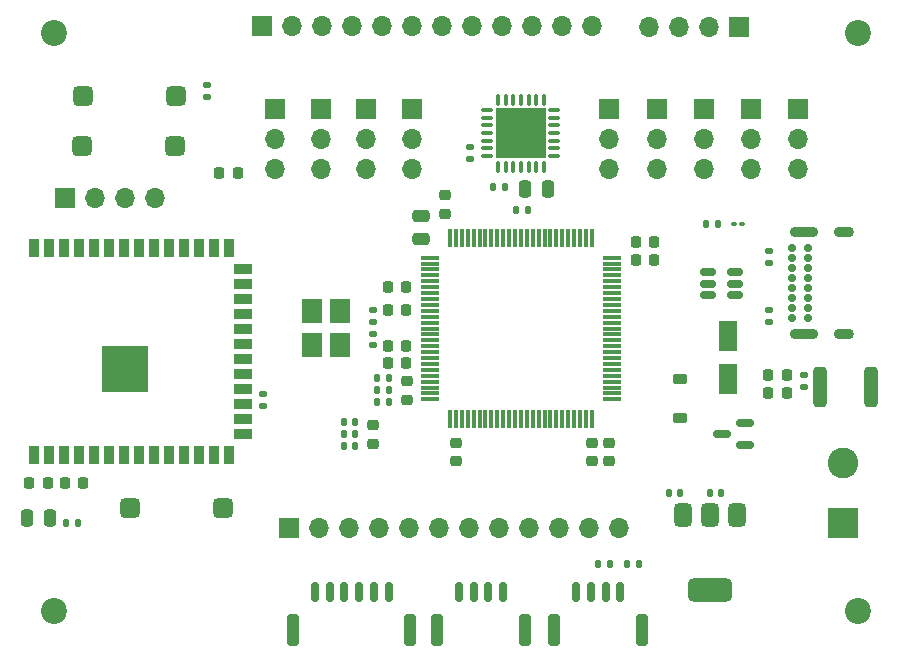
<source format=gts>
G04 #@! TF.GenerationSoftware,KiCad,Pcbnew,8.0.4*
G04 #@! TF.CreationDate,2024-09-23T19:03:46-05:00*
G04 #@! TF.ProjectId,STM32_board,53544d33-325f-4626-9f61-72642e6b6963,rev?*
G04 #@! TF.SameCoordinates,Original*
G04 #@! TF.FileFunction,Soldermask,Top*
G04 #@! TF.FilePolarity,Negative*
%FSLAX46Y46*%
G04 Gerber Fmt 4.6, Leading zero omitted, Abs format (unit mm)*
G04 Created by KiCad (PCBNEW 8.0.4) date 2024-09-23 19:03:46*
%MOMM*%
%LPD*%
G01*
G04 APERTURE LIST*
G04 Aperture macros list*
%AMRoundRect*
0 Rectangle with rounded corners*
0 $1 Rounding radius*
0 $2 $3 $4 $5 $6 $7 $8 $9 X,Y pos of 4 corners*
0 Add a 4 corners polygon primitive as box body*
4,1,4,$2,$3,$4,$5,$6,$7,$8,$9,$2,$3,0*
0 Add four circle primitives for the rounded corners*
1,1,$1+$1,$2,$3*
1,1,$1+$1,$4,$5*
1,1,$1+$1,$6,$7*
1,1,$1+$1,$8,$9*
0 Add four rect primitives between the rounded corners*
20,1,$1+$1,$2,$3,$4,$5,0*
20,1,$1+$1,$4,$5,$6,$7,0*
20,1,$1+$1,$6,$7,$8,$9,0*
20,1,$1+$1,$8,$9,$2,$3,0*%
G04 Aperture macros list end*
%ADD10RoundRect,0.225000X0.225000X0.250000X-0.225000X0.250000X-0.225000X-0.250000X0.225000X-0.250000X0*%
%ADD11RoundRect,0.140000X-0.170000X0.140000X-0.170000X-0.140000X0.170000X-0.140000X0.170000X0.140000X0*%
%ADD12RoundRect,0.140000X-0.140000X-0.170000X0.140000X-0.170000X0.140000X0.170000X-0.140000X0.170000X0*%
%ADD13RoundRect,0.425000X-0.425000X-0.425000X0.425000X-0.425000X0.425000X0.425000X-0.425000X0.425000X0*%
%ADD14RoundRect,0.075000X0.437500X0.075000X-0.437500X0.075000X-0.437500X-0.075000X0.437500X-0.075000X0*%
%ADD15RoundRect,0.075000X0.075000X0.437500X-0.075000X0.437500X-0.075000X-0.437500X0.075000X-0.437500X0*%
%ADD16R,4.250000X4.250000*%
%ADD17RoundRect,0.135000X-0.135000X-0.185000X0.135000X-0.185000X0.135000X0.185000X-0.135000X0.185000X0*%
%ADD18R,1.700000X1.700000*%
%ADD19O,1.700000X1.700000*%
%ADD20RoundRect,0.218750X-0.218750X-0.256250X0.218750X-0.256250X0.218750X0.256250X-0.218750X0.256250X0*%
%ADD21RoundRect,0.250000X0.250000X0.475000X-0.250000X0.475000X-0.250000X-0.475000X0.250000X-0.475000X0*%
%ADD22RoundRect,0.225000X-0.250000X0.225000X-0.250000X-0.225000X0.250000X-0.225000X0.250000X0.225000X0*%
%ADD23C,2.200000*%
%ADD24RoundRect,0.225000X-0.225000X-0.250000X0.225000X-0.250000X0.225000X0.250000X-0.225000X0.250000X0*%
%ADD25RoundRect,0.150000X-0.150000X-0.700000X0.150000X-0.700000X0.150000X0.700000X-0.150000X0.700000X0*%
%ADD26RoundRect,0.250000X-0.250000X-1.100000X0.250000X-1.100000X0.250000X1.100000X-0.250000X1.100000X0*%
%ADD27RoundRect,0.150000X0.587500X0.150000X-0.587500X0.150000X-0.587500X-0.150000X0.587500X-0.150000X0*%
%ADD28RoundRect,0.135000X0.135000X0.185000X-0.135000X0.185000X-0.135000X-0.185000X0.135000X-0.185000X0*%
%ADD29R,1.800000X2.100000*%
%ADD30RoundRect,0.140000X0.140000X0.170000X-0.140000X0.170000X-0.140000X-0.170000X0.140000X-0.170000X0*%
%ADD31RoundRect,0.225000X-0.375000X0.225000X-0.375000X-0.225000X0.375000X-0.225000X0.375000X0.225000X0*%
%ADD32RoundRect,0.135000X-0.185000X0.135000X-0.185000X-0.135000X0.185000X-0.135000X0.185000X0.135000X0*%
%ADD33RoundRect,0.250000X-0.312500X-1.450000X0.312500X-1.450000X0.312500X1.450000X-0.312500X1.450000X0*%
%ADD34RoundRect,0.150000X0.512500X0.150000X-0.512500X0.150000X-0.512500X-0.150000X0.512500X-0.150000X0*%
%ADD35RoundRect,0.218750X-0.256250X0.218750X-0.256250X-0.218750X0.256250X-0.218750X0.256250X0.218750X0*%
%ADD36R,2.600000X2.600000*%
%ADD37C,2.600000*%
%ADD38RoundRect,0.100000X0.130000X0.100000X-0.130000X0.100000X-0.130000X-0.100000X0.130000X-0.100000X0*%
%ADD39RoundRect,0.425000X0.425000X0.425000X-0.425000X0.425000X-0.425000X-0.425000X0.425000X-0.425000X0*%
%ADD40RoundRect,0.250000X0.550000X-1.050000X0.550000X1.050000X-0.550000X1.050000X-0.550000X-1.050000X0*%
%ADD41RoundRect,0.140000X0.170000X-0.140000X0.170000X0.140000X-0.170000X0.140000X-0.170000X-0.140000X0*%
%ADD42RoundRect,0.135000X0.185000X-0.135000X0.185000X0.135000X-0.185000X0.135000X-0.185000X-0.135000X0*%
%ADD43RoundRect,0.075000X-0.725000X-0.075000X0.725000X-0.075000X0.725000X0.075000X-0.725000X0.075000X0*%
%ADD44RoundRect,0.075000X-0.075000X-0.725000X0.075000X-0.725000X0.075000X0.725000X-0.075000X0.725000X0*%
%ADD45RoundRect,0.250000X0.475000X-0.250000X0.475000X0.250000X-0.475000X0.250000X-0.475000X-0.250000X0*%
%ADD46RoundRect,0.375000X-0.375000X0.625000X-0.375000X-0.625000X0.375000X-0.625000X0.375000X0.625000X0*%
%ADD47RoundRect,0.500000X-1.400000X0.500000X-1.400000X-0.500000X1.400000X-0.500000X1.400000X0.500000X0*%
%ADD48RoundRect,0.250000X-0.250000X-0.475000X0.250000X-0.475000X0.250000X0.475000X-0.250000X0.475000X0*%
%ADD49C,0.600000*%
%ADD50R,3.900000X3.900000*%
%ADD51R,0.900000X1.500000*%
%ADD52R,1.500000X0.900000*%
%ADD53RoundRect,0.225000X0.250000X-0.225000X0.250000X0.225000X-0.250000X0.225000X-0.250000X-0.225000X0*%
%ADD54O,2.400000X0.900000*%
%ADD55O,1.700000X0.900000*%
%ADD56C,0.700000*%
G04 APERTURE END LIST*
D10*
X109435000Y-111600000D03*
X107885000Y-111600000D03*
D11*
X173500000Y-102520000D03*
X173500000Y-103480000D03*
D12*
X165520000Y-112500000D03*
X166480000Y-112500000D03*
D13*
X120325000Y-78850000D03*
X112425000Y-78850000D03*
D14*
X152337500Y-83950000D03*
X152337500Y-83300000D03*
X152337500Y-82650000D03*
X152337500Y-82000000D03*
X152337500Y-81350000D03*
X152337500Y-80700000D03*
X152337500Y-80050000D03*
D15*
X151450000Y-79162500D03*
X150800000Y-79162500D03*
X150150000Y-79162500D03*
X149500000Y-79162500D03*
X148850000Y-79162500D03*
X148200000Y-79162500D03*
X147550000Y-79162500D03*
D14*
X146662500Y-80050000D03*
X146662500Y-80700000D03*
X146662500Y-81350000D03*
X146662500Y-82000000D03*
X146662500Y-82650000D03*
X146662500Y-83300000D03*
X146662500Y-83950000D03*
D15*
X147550000Y-84837500D03*
X148200000Y-84837500D03*
X148850000Y-84837500D03*
X149500000Y-84837500D03*
X150150000Y-84837500D03*
X150800000Y-84837500D03*
X151450000Y-84837500D03*
D16*
X149500000Y-82000000D03*
D17*
X147152500Y-86550000D03*
X148172500Y-86550000D03*
D18*
X128700000Y-79975000D03*
D19*
X128700000Y-82515000D03*
X128700000Y-85055000D03*
D20*
X170437500Y-102500000D03*
X172012500Y-102500000D03*
D21*
X109610000Y-114600000D03*
X107710000Y-114600000D03*
D22*
X155500000Y-108225000D03*
X155500000Y-109775000D03*
D23*
X178000000Y-73500000D03*
D10*
X139775000Y-97000000D03*
X138225000Y-97000000D03*
D24*
X123975000Y-85425000D03*
X125525000Y-85425000D03*
D18*
X161000000Y-80000000D03*
D19*
X161000000Y-82540000D03*
X161000000Y-85080000D03*
D25*
X132050000Y-120900000D03*
X133300000Y-120900000D03*
X134550000Y-120900000D03*
X135800000Y-120900000D03*
X137050000Y-120900000D03*
X138300000Y-120900000D03*
D26*
X130200000Y-124100000D03*
X140150000Y-124100000D03*
D27*
X168437500Y-108450000D03*
X168437500Y-106550000D03*
X166562500Y-107500000D03*
D18*
X127585000Y-72900000D03*
D19*
X130125000Y-72900000D03*
X132665000Y-72900000D03*
X135205000Y-72900000D03*
X137745000Y-72900000D03*
X140285000Y-72900000D03*
X142825000Y-72900000D03*
X145365000Y-72900000D03*
X147905000Y-72900000D03*
X150445000Y-72900000D03*
X152985000Y-72900000D03*
X155525000Y-72900000D03*
D28*
X159510000Y-118500000D03*
X158490000Y-118500000D03*
D29*
X131850000Y-97050000D03*
X131850000Y-99950000D03*
X134150000Y-99950000D03*
X134150000Y-97050000D03*
D30*
X138305000Y-103775000D03*
X137345000Y-103775000D03*
D10*
X139775000Y-101500000D03*
X138225000Y-101500000D03*
D11*
X137000000Y-99020000D03*
X137000000Y-99980000D03*
D30*
X138311250Y-102781250D03*
X137351250Y-102781250D03*
D18*
X129890000Y-115475000D03*
D19*
X132430000Y-115475000D03*
X134970000Y-115475000D03*
X137510000Y-115475000D03*
X140050000Y-115475000D03*
X142590000Y-115475000D03*
X145130000Y-115475000D03*
X147670000Y-115475000D03*
X150210000Y-115475000D03*
X152750000Y-115475000D03*
X155290000Y-115475000D03*
X157830000Y-115475000D03*
D31*
X163000000Y-102850000D03*
X163000000Y-106150000D03*
D17*
X165190000Y-89675000D03*
X166210000Y-89675000D03*
D18*
X110920000Y-87500000D03*
D19*
X113460000Y-87500000D03*
X116000000Y-87500000D03*
X118540000Y-87500000D03*
D32*
X170500000Y-91990000D03*
X170500000Y-93010000D03*
D23*
X110000000Y-122500000D03*
D33*
X174862500Y-103500000D03*
X179137500Y-103500000D03*
D32*
X122900000Y-77965000D03*
X122900000Y-78985000D03*
D23*
X178000000Y-122500000D03*
D18*
X165000000Y-80000000D03*
D19*
X165000000Y-82540000D03*
X165000000Y-85080000D03*
D30*
X135480000Y-106500000D03*
X134520000Y-106500000D03*
D34*
X167637500Y-95700000D03*
X167637500Y-94750000D03*
X167637500Y-93800000D03*
X165362500Y-93800000D03*
X165362500Y-94750000D03*
X165362500Y-95700000D03*
D30*
X162980000Y-112500000D03*
X162020000Y-112500000D03*
D35*
X139831250Y-102993750D03*
X139831250Y-104568750D03*
D10*
X139775000Y-95000000D03*
X138225000Y-95000000D03*
D18*
X140275000Y-79970000D03*
D19*
X140275000Y-82510000D03*
X140275000Y-85050000D03*
D36*
X176805000Y-115000000D03*
D37*
X176805000Y-109920000D03*
D30*
X138311250Y-104781250D03*
X137351250Y-104781250D03*
D22*
X144000000Y-108225000D03*
X144000000Y-109775000D03*
D24*
X170450000Y-104000000D03*
X172000000Y-104000000D03*
D38*
X168200000Y-89675000D03*
X167560000Y-89675000D03*
D39*
X124300000Y-113725000D03*
X116400000Y-113725000D03*
D22*
X157000000Y-108225000D03*
X157000000Y-109775000D03*
D23*
X110000000Y-73500000D03*
D40*
X167000000Y-102800000D03*
X167000000Y-99200000D03*
D24*
X159225000Y-92725000D03*
X160775000Y-92725000D03*
D28*
X149115000Y-88550000D03*
X150135000Y-88550000D03*
D25*
X144250000Y-120900000D03*
X145500000Y-120900000D03*
X146750000Y-120900000D03*
X148000000Y-120900000D03*
D26*
X142400000Y-124100000D03*
X149850000Y-124100000D03*
D41*
X137000000Y-97980000D03*
X137000000Y-97020000D03*
D18*
X132550000Y-79970000D03*
D19*
X132550000Y-82510000D03*
X132550000Y-85050000D03*
D42*
X127660000Y-105110000D03*
X127660000Y-104090000D03*
D35*
X137000000Y-106712500D03*
X137000000Y-108287500D03*
D10*
X112435000Y-111600000D03*
X110885000Y-111600000D03*
D24*
X159225000Y-91225000D03*
X160775000Y-91225000D03*
D17*
X155990000Y-118500000D03*
X157010000Y-118500000D03*
D43*
X141825000Y-92550000D03*
X141825000Y-93050000D03*
X141825000Y-93550000D03*
X141825000Y-94050000D03*
X141825000Y-94550000D03*
X141825000Y-95050000D03*
X141825000Y-95550000D03*
X141825000Y-96050000D03*
X141825000Y-96550000D03*
X141825000Y-97050000D03*
X141825000Y-97550000D03*
X141825000Y-98050000D03*
X141825000Y-98550000D03*
X141825000Y-99050000D03*
X141825000Y-99550000D03*
X141825000Y-100050000D03*
X141825000Y-100550000D03*
X141825000Y-101050000D03*
X141825000Y-101550000D03*
X141825000Y-102050000D03*
X141825000Y-102550000D03*
X141825000Y-103050000D03*
X141825000Y-103550000D03*
X141825000Y-104050000D03*
X141825000Y-104550000D03*
D44*
X143500000Y-106225000D03*
X144000000Y-106225000D03*
X144500000Y-106225000D03*
X145000000Y-106225000D03*
X145500000Y-106225000D03*
X146000000Y-106225000D03*
X146500000Y-106225000D03*
X147000000Y-106225000D03*
X147500000Y-106225000D03*
X148000000Y-106225000D03*
X148500000Y-106225000D03*
X149000000Y-106225000D03*
X149500000Y-106225000D03*
X150000000Y-106225000D03*
X150500000Y-106225000D03*
X151000000Y-106225000D03*
X151500000Y-106225000D03*
X152000000Y-106225000D03*
X152500000Y-106225000D03*
X153000000Y-106225000D03*
X153500000Y-106225000D03*
X154000000Y-106225000D03*
X154500000Y-106225000D03*
X155000000Y-106225000D03*
X155500000Y-106225000D03*
D43*
X157175000Y-104550000D03*
X157175000Y-104050000D03*
X157175000Y-103550000D03*
X157175000Y-103050000D03*
X157175000Y-102550000D03*
X157175000Y-102050000D03*
X157175000Y-101550000D03*
X157175000Y-101050000D03*
X157175000Y-100550000D03*
X157175000Y-100050000D03*
X157175000Y-99550000D03*
X157175000Y-99050000D03*
X157175000Y-98550000D03*
X157175000Y-98050000D03*
X157175000Y-97550000D03*
X157175000Y-97050000D03*
X157175000Y-96550000D03*
X157175000Y-96050000D03*
X157175000Y-95550000D03*
X157175000Y-95050000D03*
X157175000Y-94550000D03*
X157175000Y-94050000D03*
X157175000Y-93550000D03*
X157175000Y-93050000D03*
X157175000Y-92550000D03*
D44*
X155500000Y-90875000D03*
X155000000Y-90875000D03*
X154500000Y-90875000D03*
X154000000Y-90875000D03*
X153500000Y-90875000D03*
X153000000Y-90875000D03*
X152500000Y-90875000D03*
X152000000Y-90875000D03*
X151500000Y-90875000D03*
X151000000Y-90875000D03*
X150500000Y-90875000D03*
X150000000Y-90875000D03*
X149500000Y-90875000D03*
X149000000Y-90875000D03*
X148500000Y-90875000D03*
X148000000Y-90875000D03*
X147500000Y-90875000D03*
X147000000Y-90875000D03*
X146500000Y-90875000D03*
X146000000Y-90875000D03*
X145500000Y-90875000D03*
X145000000Y-90875000D03*
X144500000Y-90875000D03*
X144000000Y-90875000D03*
X143500000Y-90875000D03*
D45*
X141050000Y-90950000D03*
X141050000Y-89050000D03*
D42*
X170500000Y-98010000D03*
X170500000Y-96990000D03*
D46*
X167800000Y-114350000D03*
X165500000Y-114350000D03*
D47*
X165500000Y-120650000D03*
D46*
X163200000Y-114350000D03*
D18*
X169000000Y-79975000D03*
D19*
X169000000Y-82515000D03*
X169000000Y-85055000D03*
D10*
X139775000Y-100000000D03*
X138225000Y-100000000D03*
D18*
X136400000Y-79970000D03*
D19*
X136400000Y-82510000D03*
X136400000Y-85050000D03*
D18*
X168000000Y-73000000D03*
D19*
X165460000Y-73000000D03*
X162920000Y-73000000D03*
X160380000Y-73000000D03*
D48*
X149875000Y-86700000D03*
X151775000Y-86700000D03*
D49*
X116660000Y-100600000D03*
X115260000Y-100600000D03*
X117360000Y-101300000D03*
X115960000Y-101300000D03*
X114560000Y-101300000D03*
X116660000Y-102000000D03*
D50*
X115960000Y-102000000D03*
D49*
X115260000Y-102000000D03*
X117360000Y-102700000D03*
X115960000Y-102700000D03*
X114560000Y-102700000D03*
X116660000Y-103400000D03*
X115260000Y-103400000D03*
D51*
X108240000Y-91750000D03*
X109510000Y-91750000D03*
X110780000Y-91750000D03*
X112050000Y-91750000D03*
X113320000Y-91750000D03*
X114590000Y-91750000D03*
X115860000Y-91750000D03*
X117130000Y-91750000D03*
X118400000Y-91750000D03*
X119670000Y-91750000D03*
X120940000Y-91750000D03*
X122210000Y-91750000D03*
X123480000Y-91750000D03*
X124750000Y-91750000D03*
D52*
X126000000Y-93515000D03*
X126000000Y-94785000D03*
X126000000Y-96055000D03*
X126000000Y-97325000D03*
X126000000Y-98595000D03*
X126000000Y-99865000D03*
X126000000Y-101135000D03*
X126000000Y-102405000D03*
X126000000Y-103675000D03*
X126000000Y-104945000D03*
X126000000Y-106215000D03*
X126000000Y-107485000D03*
D51*
X124750000Y-109250000D03*
X123480000Y-109250000D03*
X122210000Y-109250000D03*
X120940000Y-109250000D03*
X119670000Y-109250000D03*
X118400000Y-109250000D03*
X117130000Y-109250000D03*
X115860000Y-109250000D03*
X114590000Y-109250000D03*
X113320000Y-109250000D03*
X112050000Y-109250000D03*
X110780000Y-109250000D03*
X109510000Y-109250000D03*
X108240000Y-109250000D03*
D17*
X110990000Y-115000000D03*
X112010000Y-115000000D03*
D13*
X120250000Y-83125000D03*
X112350000Y-83125000D03*
D25*
X154175000Y-120900000D03*
X155425000Y-120900000D03*
X156675000Y-120900000D03*
X157925000Y-120900000D03*
D26*
X152325000Y-124100000D03*
X159775000Y-124100000D03*
D53*
X143075000Y-88825000D03*
X143075000Y-87275000D03*
D18*
X157000000Y-79975000D03*
D19*
X157000000Y-82515000D03*
X157000000Y-85055000D03*
D18*
X173000000Y-79975000D03*
D19*
X173000000Y-82515000D03*
X173000000Y-85055000D03*
D30*
X135480000Y-108500000D03*
X134520000Y-108500000D03*
D32*
X145200000Y-83190000D03*
X145200000Y-84210000D03*
D30*
X134495000Y-107500000D03*
X135455000Y-107500000D03*
D54*
X173455000Y-99000000D03*
D55*
X176835000Y-99000000D03*
D54*
X173455000Y-90350000D03*
D55*
X176835000Y-90350000D03*
D56*
X173825000Y-91700000D03*
X173825000Y-92550000D03*
X173825000Y-93400000D03*
X173825000Y-94250000D03*
X173825000Y-95100000D03*
X173825000Y-95950000D03*
X173825000Y-96800000D03*
X173825000Y-97650000D03*
X172475000Y-97650000D03*
X172475000Y-96800000D03*
X172475000Y-95950000D03*
X172475000Y-95100000D03*
X172475000Y-94250000D03*
X172475000Y-93400000D03*
X172475000Y-92550000D03*
X172475000Y-91700000D03*
M02*

</source>
